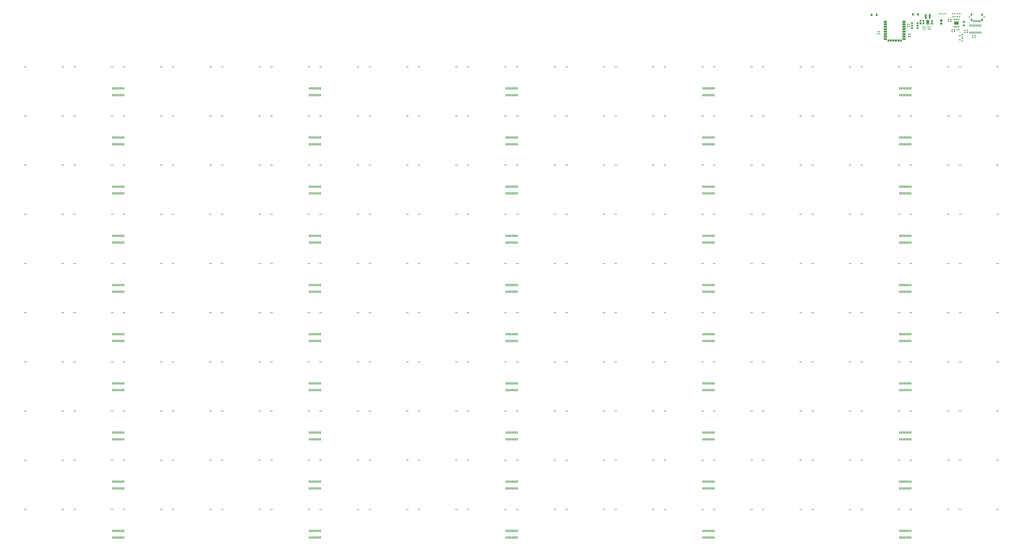
<source format=gbs>
G04 Layer_Color=16711935*
%FSLAX25Y25*%
%MOIN*%
G70*
G01*
G75*
%ADD50R,0.03162X0.02769*%
%ADD51O,0.04730X0.08270*%
%ADD52O,0.05120X0.07490*%
%ADD53R,0.07487X0.07487*%
%ADD54C,0.07487*%
%ADD55C,0.06299*%
%ADD56R,0.03943X0.03550*%
%ADD57R,0.02526X0.02627*%
%ADD58R,0.02370X0.05520*%
%ADD59R,0.01500X0.05520*%
%ADD60R,0.07100X0.05150*%
%ADD61R,0.03575X0.03802*%
%ADD62R,0.03550X0.03550*%
%ADD63R,0.14180X0.10240*%
%ADD64R,0.02760X0.05120*%
%ADD65R,0.09660X0.06510*%
%ADD66O,0.01903X0.03891*%
%ADD67R,0.05715X0.05951*%
%ADD68R,0.03550X0.03943*%
%ADD69R,0.05520X0.14970*%
%ADD70R,0.04340X0.03550*%
%ADD71R,0.03802X0.03575*%
%ADD72O,0.02605X0.07270*%
%ADD73R,0.05321X0.03156*%
%ADD74R,0.05715X0.07487*%
%ADD75R,0.10240X0.05910*%
%ADD76R,0.05910X0.07090*%
%ADD77O,0.02770X0.08160*%
D50*
X3128831Y1595700D02*
D03*
X3132768D02*
D03*
X3012899Y1595700D02*
D03*
X3008962D02*
D03*
X2855419D02*
D03*
X2851482D02*
D03*
X2971351Y1595700D02*
D03*
X2975288D02*
D03*
X2697939Y1595700D02*
D03*
X2694002D02*
D03*
X2813871Y1595700D02*
D03*
X2817808D02*
D03*
X2540458Y1595700D02*
D03*
X2536521D02*
D03*
X2656391Y1595700D02*
D03*
X2660328D02*
D03*
X2026469Y1595700D02*
D03*
X2030406D02*
D03*
X1910537Y1595700D02*
D03*
X1906600D02*
D03*
X2183950Y1595700D02*
D03*
X2187887D02*
D03*
X2068017Y1595700D02*
D03*
X2064080D02*
D03*
X2341430Y1595700D02*
D03*
X2345367D02*
D03*
X2225498Y1595700D02*
D03*
X2221561D02*
D03*
X2382978D02*
D03*
X2379041D02*
D03*
X2498910Y1595700D02*
D03*
X2502847D02*
D03*
X1396548D02*
D03*
X1400485D02*
D03*
X1280616Y1595700D02*
D03*
X1276679D02*
D03*
X1554028Y1595700D02*
D03*
X1557965D02*
D03*
X1438096Y1595700D02*
D03*
X1434159D02*
D03*
X1711509Y1595700D02*
D03*
X1715446D02*
D03*
X1595576Y1595700D02*
D03*
X1591639D02*
D03*
X1753057D02*
D03*
X1749120D02*
D03*
X1868989Y1595700D02*
D03*
X1872926D02*
D03*
X766627D02*
D03*
X770564D02*
D03*
X650695Y1595700D02*
D03*
X646758D02*
D03*
X924107Y1595700D02*
D03*
X928044D02*
D03*
X808175Y1595700D02*
D03*
X804238D02*
D03*
X1081587Y1595700D02*
D03*
X1085524D02*
D03*
X965655Y1595700D02*
D03*
X961718D02*
D03*
X1123135D02*
D03*
X1119198D02*
D03*
X1239068Y1595700D02*
D03*
X1243005D02*
D03*
X136706D02*
D03*
X140642D02*
D03*
X20773Y1595700D02*
D03*
X16836D02*
D03*
X294186Y1595700D02*
D03*
X298123D02*
D03*
X178254Y1595700D02*
D03*
X174317D02*
D03*
X451666Y1595700D02*
D03*
X455603D02*
D03*
X335734Y1595700D02*
D03*
X331797D02*
D03*
X493214D02*
D03*
X489277D02*
D03*
X609146Y1595700D02*
D03*
X613084D02*
D03*
X2656391Y1438220D02*
D03*
X2660328D02*
D03*
X2540458Y1438220D02*
D03*
X2536521D02*
D03*
X2813871Y1438220D02*
D03*
X2817808D02*
D03*
X2697939Y1438220D02*
D03*
X2694002D02*
D03*
X2971351Y1438220D02*
D03*
X2975288D02*
D03*
X2855419Y1438220D02*
D03*
X2851482D02*
D03*
X3012899D02*
D03*
X3008962D02*
D03*
X3128831Y1438220D02*
D03*
X3132768D02*
D03*
X2026469D02*
D03*
X2030406D02*
D03*
X1910537Y1438220D02*
D03*
X1906600D02*
D03*
X2183950Y1438220D02*
D03*
X2187887D02*
D03*
X2068017Y1438220D02*
D03*
X2064080D02*
D03*
X2341430Y1438220D02*
D03*
X2345367D02*
D03*
X2225498Y1438220D02*
D03*
X2221561D02*
D03*
X2382978D02*
D03*
X2379041D02*
D03*
X2498910Y1438220D02*
D03*
X2502847D02*
D03*
X1396548D02*
D03*
X1400485D02*
D03*
X1280616Y1438220D02*
D03*
X1276679D02*
D03*
X1554028Y1438220D02*
D03*
X1557965D02*
D03*
X1438096Y1438220D02*
D03*
X1434159D02*
D03*
X1711509Y1438220D02*
D03*
X1715446D02*
D03*
X1595576Y1438220D02*
D03*
X1591639D02*
D03*
X1753057D02*
D03*
X1749120D02*
D03*
X1868989Y1438220D02*
D03*
X1872926D02*
D03*
X766627D02*
D03*
X770564D02*
D03*
X650695Y1438220D02*
D03*
X646758D02*
D03*
X924107Y1438220D02*
D03*
X928044D02*
D03*
X808175Y1438220D02*
D03*
X804238D02*
D03*
X1081587Y1438220D02*
D03*
X1085524D02*
D03*
X965655Y1438220D02*
D03*
X961718D02*
D03*
X1123135D02*
D03*
X1119198D02*
D03*
X1239068Y1438220D02*
D03*
X1243005D02*
D03*
X136706D02*
D03*
X140642D02*
D03*
X20773Y1438220D02*
D03*
X16836D02*
D03*
X294186Y1438220D02*
D03*
X298123D02*
D03*
X178254Y1438220D02*
D03*
X174317D02*
D03*
X451666Y1438220D02*
D03*
X455603D02*
D03*
X335734Y1438220D02*
D03*
X331797D02*
D03*
X493214D02*
D03*
X489277D02*
D03*
X609146Y1438220D02*
D03*
X613084D02*
D03*
X609146Y1280739D02*
D03*
X613084D02*
D03*
X493214Y1280739D02*
D03*
X489277D02*
D03*
X335734D02*
D03*
X331797D02*
D03*
X451666Y1280739D02*
D03*
X455603D02*
D03*
X178254Y1280739D02*
D03*
X174317D02*
D03*
X294186Y1280739D02*
D03*
X298123D02*
D03*
X20773Y1280739D02*
D03*
X16836D02*
D03*
X136706Y1280739D02*
D03*
X140642D02*
D03*
X1239068D02*
D03*
X1243005D02*
D03*
X1123135Y1280739D02*
D03*
X1119198D02*
D03*
X965655D02*
D03*
X961718D02*
D03*
X1081587Y1280739D02*
D03*
X1085524D02*
D03*
X808175Y1280739D02*
D03*
X804238D02*
D03*
X924107Y1280739D02*
D03*
X928044D02*
D03*
X650695Y1280739D02*
D03*
X646758D02*
D03*
X766627Y1280739D02*
D03*
X770564D02*
D03*
X1868989D02*
D03*
X1872926D02*
D03*
X1753057Y1280739D02*
D03*
X1749120D02*
D03*
X1595576D02*
D03*
X1591639D02*
D03*
X1711509Y1280739D02*
D03*
X1715446D02*
D03*
X1438096Y1280739D02*
D03*
X1434159D02*
D03*
X1554028Y1280739D02*
D03*
X1557965D02*
D03*
X1280616Y1280739D02*
D03*
X1276679D02*
D03*
X1396548Y1280739D02*
D03*
X1400485D02*
D03*
X2498910D02*
D03*
X2502847D02*
D03*
X2382978Y1280739D02*
D03*
X2379041D02*
D03*
X2225498D02*
D03*
X2221561D02*
D03*
X2341430Y1280739D02*
D03*
X2345367D02*
D03*
X2068017Y1280739D02*
D03*
X2064080D02*
D03*
X2183950Y1280739D02*
D03*
X2187887D02*
D03*
X1910537Y1280739D02*
D03*
X1906600D02*
D03*
X2026469Y1280739D02*
D03*
X2030406D02*
D03*
X3128831D02*
D03*
X3132768D02*
D03*
X3012899Y1280739D02*
D03*
X3008962D02*
D03*
X2855419D02*
D03*
X2851482D02*
D03*
X2971351Y1280739D02*
D03*
X2975288D02*
D03*
X2697939Y1280739D02*
D03*
X2694002D02*
D03*
X2813871Y1280739D02*
D03*
X2817808D02*
D03*
X2540458Y1280739D02*
D03*
X2536521D02*
D03*
X2656391Y1280739D02*
D03*
X2660328D02*
D03*
X609146Y1123259D02*
D03*
X613084D02*
D03*
X493214Y1123259D02*
D03*
X489277D02*
D03*
X335734D02*
D03*
X331797D02*
D03*
X451666Y1123259D02*
D03*
X455603D02*
D03*
X178254Y1123259D02*
D03*
X174317D02*
D03*
X294186Y1123259D02*
D03*
X298123D02*
D03*
X20773Y1123259D02*
D03*
X16836D02*
D03*
X136706Y1123259D02*
D03*
X140642D02*
D03*
X1239068D02*
D03*
X1243005D02*
D03*
X1123135Y1123259D02*
D03*
X1119198D02*
D03*
X965655D02*
D03*
X961718D02*
D03*
X1081587Y1123259D02*
D03*
X1085524D02*
D03*
X808175Y1123259D02*
D03*
X804238D02*
D03*
X924107Y1123259D02*
D03*
X928044D02*
D03*
X650695Y1123259D02*
D03*
X646758D02*
D03*
X766627Y1123259D02*
D03*
X770564D02*
D03*
X1868989D02*
D03*
X1872926D02*
D03*
X1753057Y1123259D02*
D03*
X1749120D02*
D03*
X1595576D02*
D03*
X1591639D02*
D03*
X1711509Y1123259D02*
D03*
X1715446D02*
D03*
X1438096Y1123259D02*
D03*
X1434159D02*
D03*
X1554028Y1123259D02*
D03*
X1557965D02*
D03*
X1280616Y1123259D02*
D03*
X1276679D02*
D03*
X1396548Y1123259D02*
D03*
X1400485D02*
D03*
X2498910D02*
D03*
X2502847D02*
D03*
X2382978Y1123259D02*
D03*
X2379041D02*
D03*
X2225498D02*
D03*
X2221561D02*
D03*
X2341430Y1123259D02*
D03*
X2345367D02*
D03*
X2068017Y1123259D02*
D03*
X2064080D02*
D03*
X2183950Y1123259D02*
D03*
X2187887D02*
D03*
X1910537Y1123259D02*
D03*
X1906600D02*
D03*
X2026469Y1123259D02*
D03*
X2030406D02*
D03*
X3128831D02*
D03*
X3132768D02*
D03*
X3012899Y1123259D02*
D03*
X3008962D02*
D03*
X2855419D02*
D03*
X2851482D02*
D03*
X2971351Y1123259D02*
D03*
X2975288D02*
D03*
X2697939Y1123259D02*
D03*
X2694002D02*
D03*
X2813871Y1123259D02*
D03*
X2817808D02*
D03*
X2540458Y1123259D02*
D03*
X2536521D02*
D03*
X2656391Y1123259D02*
D03*
X2660328D02*
D03*
X609146Y965779D02*
D03*
X613084D02*
D03*
X493214Y965779D02*
D03*
X489277D02*
D03*
X335734D02*
D03*
X331797D02*
D03*
X451666Y965779D02*
D03*
X455603D02*
D03*
X178254Y965779D02*
D03*
X174317D02*
D03*
X294186Y965779D02*
D03*
X298123D02*
D03*
X20773Y965779D02*
D03*
X16836D02*
D03*
X136706Y965779D02*
D03*
X140642D02*
D03*
X1239068D02*
D03*
X1243005D02*
D03*
X1123135Y965779D02*
D03*
X1119198D02*
D03*
X965655D02*
D03*
X961718D02*
D03*
X1081587Y965779D02*
D03*
X1085524D02*
D03*
X808175Y965779D02*
D03*
X804238D02*
D03*
X924107Y965779D02*
D03*
X928044D02*
D03*
X650695Y965779D02*
D03*
X646758D02*
D03*
X766627Y965779D02*
D03*
X770564D02*
D03*
X1868989D02*
D03*
X1872926D02*
D03*
X1753057Y965779D02*
D03*
X1749120D02*
D03*
X1595576D02*
D03*
X1591639D02*
D03*
X1711509Y965779D02*
D03*
X1715446D02*
D03*
X1438096Y965779D02*
D03*
X1434159D02*
D03*
X1554028Y965779D02*
D03*
X1557965D02*
D03*
X1280616Y965779D02*
D03*
X1276679D02*
D03*
X1396548Y965779D02*
D03*
X1400485D02*
D03*
X2498910D02*
D03*
X2502847D02*
D03*
X2382978Y965779D02*
D03*
X2379041D02*
D03*
X2225498D02*
D03*
X2221561D02*
D03*
X2341430Y965779D02*
D03*
X2345367D02*
D03*
X2068017Y965779D02*
D03*
X2064080D02*
D03*
X2183950Y965779D02*
D03*
X2187887D02*
D03*
X1910537Y965779D02*
D03*
X1906600D02*
D03*
X2026469Y965779D02*
D03*
X2030406D02*
D03*
X3128831D02*
D03*
X3132768D02*
D03*
X3012899Y965779D02*
D03*
X3008962D02*
D03*
X2855419D02*
D03*
X2851482D02*
D03*
X2971351Y965779D02*
D03*
X2975288D02*
D03*
X2697939Y965779D02*
D03*
X2694002D02*
D03*
X2813871Y965779D02*
D03*
X2817808D02*
D03*
X2540458Y965779D02*
D03*
X2536521D02*
D03*
X2656391Y965779D02*
D03*
X2660328D02*
D03*
X609146Y808298D02*
D03*
X613084D02*
D03*
X493214Y808298D02*
D03*
X489277D02*
D03*
X335734D02*
D03*
X331797D02*
D03*
X451666Y808298D02*
D03*
X455603D02*
D03*
X178254Y808298D02*
D03*
X174317D02*
D03*
X294186Y808298D02*
D03*
X298123D02*
D03*
X20773Y808298D02*
D03*
X16836D02*
D03*
X136706Y808298D02*
D03*
X140642D02*
D03*
X1239068D02*
D03*
X1243005D02*
D03*
X1123135Y808298D02*
D03*
X1119198D02*
D03*
X965655D02*
D03*
X961718D02*
D03*
X1081587Y808298D02*
D03*
X1085524D02*
D03*
X808175Y808298D02*
D03*
X804238D02*
D03*
X924107Y808298D02*
D03*
X928044D02*
D03*
X650695Y808298D02*
D03*
X646758D02*
D03*
X766627Y808298D02*
D03*
X770564D02*
D03*
X1868989D02*
D03*
X1872926D02*
D03*
X1753057Y808298D02*
D03*
X1749120D02*
D03*
X1595576D02*
D03*
X1591639D02*
D03*
X1711509Y808298D02*
D03*
X1715446D02*
D03*
X1438096Y808298D02*
D03*
X1434159D02*
D03*
X1554028Y808298D02*
D03*
X1557965D02*
D03*
X1280616Y808298D02*
D03*
X1276679D02*
D03*
X1396548Y808298D02*
D03*
X1400485D02*
D03*
X2498910D02*
D03*
X2502847D02*
D03*
X2382978Y808298D02*
D03*
X2379041D02*
D03*
X2225498D02*
D03*
X2221561D02*
D03*
X2341430Y808298D02*
D03*
X2345367D02*
D03*
X2068017Y808298D02*
D03*
X2064080D02*
D03*
X2183950Y808298D02*
D03*
X2187887D02*
D03*
X1910537Y808298D02*
D03*
X1906600D02*
D03*
X2026469Y808298D02*
D03*
X2030406D02*
D03*
X3128831D02*
D03*
X3132768D02*
D03*
X3012899Y808298D02*
D03*
X3008962D02*
D03*
X2855419D02*
D03*
X2851482D02*
D03*
X2971351Y808298D02*
D03*
X2975288D02*
D03*
X2697939Y808298D02*
D03*
X2694002D02*
D03*
X2813871Y808298D02*
D03*
X2817808D02*
D03*
X2540458Y808298D02*
D03*
X2536521D02*
D03*
X2656391Y808298D02*
D03*
X2660328D02*
D03*
X609146Y650818D02*
D03*
X613084D02*
D03*
X493214Y650818D02*
D03*
X489277D02*
D03*
X335734D02*
D03*
X331797D02*
D03*
X451666Y650818D02*
D03*
X455603D02*
D03*
X178254Y650818D02*
D03*
X174317D02*
D03*
X294186Y650818D02*
D03*
X298123D02*
D03*
X20773Y650818D02*
D03*
X16836D02*
D03*
X136706Y650818D02*
D03*
X140642D02*
D03*
X1239068D02*
D03*
X1243005D02*
D03*
X1123135Y650818D02*
D03*
X1119198D02*
D03*
X965655D02*
D03*
X961718D02*
D03*
X1081587Y650818D02*
D03*
X1085524D02*
D03*
X808175Y650818D02*
D03*
X804238D02*
D03*
X924107Y650818D02*
D03*
X928044D02*
D03*
X650695Y650818D02*
D03*
X646758D02*
D03*
X766627Y650818D02*
D03*
X770564D02*
D03*
X1868989D02*
D03*
X1872926D02*
D03*
X1753057Y650818D02*
D03*
X1749120D02*
D03*
X1595576D02*
D03*
X1591639D02*
D03*
X1711509Y650818D02*
D03*
X1715446D02*
D03*
X1438096Y650818D02*
D03*
X1434159D02*
D03*
X1554028Y650818D02*
D03*
X1557965D02*
D03*
X1280616Y650818D02*
D03*
X1276679D02*
D03*
X1396548Y650818D02*
D03*
X1400485D02*
D03*
X2498910D02*
D03*
X2502847D02*
D03*
X2382978Y650818D02*
D03*
X2379041D02*
D03*
X2225498D02*
D03*
X2221561D02*
D03*
X2341430Y650818D02*
D03*
X2345367D02*
D03*
X2068017Y650818D02*
D03*
X2064080D02*
D03*
X2183950Y650818D02*
D03*
X2187887D02*
D03*
X1910537Y650818D02*
D03*
X1906600D02*
D03*
X2026469Y650818D02*
D03*
X2030406D02*
D03*
X3128831D02*
D03*
X3132768D02*
D03*
X3012899Y650818D02*
D03*
X3008962D02*
D03*
X2855419D02*
D03*
X2851482D02*
D03*
X2971351Y650818D02*
D03*
X2975288D02*
D03*
X2697939Y650818D02*
D03*
X2694002D02*
D03*
X2813871Y650818D02*
D03*
X2817808D02*
D03*
X2540458Y650818D02*
D03*
X2536521D02*
D03*
X2656391Y650818D02*
D03*
X2660328D02*
D03*
X609146Y493338D02*
D03*
X613084D02*
D03*
X493214Y493338D02*
D03*
X489277D02*
D03*
X335734D02*
D03*
X331797D02*
D03*
X451666Y493338D02*
D03*
X455603D02*
D03*
X178254Y493338D02*
D03*
X174317D02*
D03*
X294186Y493338D02*
D03*
X298123D02*
D03*
X20773Y493338D02*
D03*
X16836D02*
D03*
X136706Y493338D02*
D03*
X140642D02*
D03*
X1239068D02*
D03*
X1243005D02*
D03*
X1123135Y493338D02*
D03*
X1119198D02*
D03*
X965655D02*
D03*
X961718D02*
D03*
X1081587Y493338D02*
D03*
X1085524D02*
D03*
X808175Y493338D02*
D03*
X804238D02*
D03*
X924107Y493338D02*
D03*
X928044D02*
D03*
X650695Y493338D02*
D03*
X646758D02*
D03*
X766627Y493338D02*
D03*
X770564D02*
D03*
X1868989D02*
D03*
X1872926D02*
D03*
X1753057Y493338D02*
D03*
X1749120D02*
D03*
X1595576D02*
D03*
X1591639D02*
D03*
X1711509Y493338D02*
D03*
X1715446D02*
D03*
X1438096Y493338D02*
D03*
X1434159D02*
D03*
X1554028Y493338D02*
D03*
X1557965D02*
D03*
X1280616Y493338D02*
D03*
X1276679D02*
D03*
X1396548Y493338D02*
D03*
X1400485D02*
D03*
X2498910D02*
D03*
X2502847D02*
D03*
X2382978Y493338D02*
D03*
X2379041D02*
D03*
X2225498D02*
D03*
X2221561D02*
D03*
X2341430Y493338D02*
D03*
X2345367D02*
D03*
X2068017Y493338D02*
D03*
X2064080D02*
D03*
X2183950Y493338D02*
D03*
X2187887D02*
D03*
X1910537Y493338D02*
D03*
X1906600D02*
D03*
X2026469Y493338D02*
D03*
X2030406D02*
D03*
X3128831D02*
D03*
X3132768D02*
D03*
X3012899Y493338D02*
D03*
X3008962D02*
D03*
X2855419D02*
D03*
X2851482D02*
D03*
X2971351Y493338D02*
D03*
X2975288D02*
D03*
X2697939Y493338D02*
D03*
X2694002D02*
D03*
X2813871Y493338D02*
D03*
X2817808D02*
D03*
X2540458Y493338D02*
D03*
X2536521D02*
D03*
X2656391Y493338D02*
D03*
X2660328D02*
D03*
X609146Y335858D02*
D03*
X613084D02*
D03*
X493214Y335858D02*
D03*
X489277D02*
D03*
X335734D02*
D03*
X331797D02*
D03*
X451666Y335858D02*
D03*
X455603D02*
D03*
X178254Y335858D02*
D03*
X174317D02*
D03*
X294186Y335858D02*
D03*
X298123D02*
D03*
X20773Y335858D02*
D03*
X16836D02*
D03*
X136706Y335858D02*
D03*
X140642D02*
D03*
X1239068D02*
D03*
X1243005D02*
D03*
X1123135Y335858D02*
D03*
X1119198D02*
D03*
X965655D02*
D03*
X961718D02*
D03*
X1081587Y335858D02*
D03*
X1085524D02*
D03*
X808175Y335858D02*
D03*
X804238D02*
D03*
X924107Y335858D02*
D03*
X928044D02*
D03*
X650695Y335858D02*
D03*
X646758D02*
D03*
X766627Y335858D02*
D03*
X770564D02*
D03*
X1868989D02*
D03*
X1872926D02*
D03*
X1753057Y335858D02*
D03*
X1749120D02*
D03*
X1595576D02*
D03*
X1591639D02*
D03*
X1711509Y335858D02*
D03*
X1715446D02*
D03*
X1438096Y335858D02*
D03*
X1434159D02*
D03*
X1554028Y335858D02*
D03*
X1557965D02*
D03*
X1280616Y335858D02*
D03*
X1276679D02*
D03*
X1396548Y335858D02*
D03*
X1400485D02*
D03*
X2498910D02*
D03*
X2502847D02*
D03*
X2382978Y335858D02*
D03*
X2379041D02*
D03*
X2225498D02*
D03*
X2221561D02*
D03*
X2341430Y335858D02*
D03*
X2345367D02*
D03*
X2068017Y335858D02*
D03*
X2064080D02*
D03*
X2183950Y335858D02*
D03*
X2187887D02*
D03*
X1910537Y335858D02*
D03*
X1906600D02*
D03*
X2026469Y335858D02*
D03*
X2030406D02*
D03*
X3128831D02*
D03*
X3132768D02*
D03*
X3012899Y335858D02*
D03*
X3008962D02*
D03*
X2855419D02*
D03*
X2851482D02*
D03*
X2971351Y335858D02*
D03*
X2975288D02*
D03*
X2697939Y335858D02*
D03*
X2694002D02*
D03*
X2813871Y335858D02*
D03*
X2817808D02*
D03*
X2540458Y335858D02*
D03*
X2536521D02*
D03*
X2656391Y335858D02*
D03*
X2660328D02*
D03*
X609146Y178377D02*
D03*
X613084D02*
D03*
X493214Y178377D02*
D03*
X489277D02*
D03*
X335734D02*
D03*
X331797D02*
D03*
X451666Y178377D02*
D03*
X455603D02*
D03*
X178254Y178377D02*
D03*
X174317D02*
D03*
X294186Y178377D02*
D03*
X298123D02*
D03*
X20773Y178377D02*
D03*
X16836D02*
D03*
X136706Y178377D02*
D03*
X140642D02*
D03*
X1239068D02*
D03*
X1243005D02*
D03*
X1123135Y178377D02*
D03*
X1119198D02*
D03*
X965655D02*
D03*
X961718D02*
D03*
X1081587Y178377D02*
D03*
X1085524D02*
D03*
X808175Y178377D02*
D03*
X804238D02*
D03*
X924107Y178377D02*
D03*
X928044D02*
D03*
X650695Y178377D02*
D03*
X646758D02*
D03*
X766627Y178377D02*
D03*
X770564D02*
D03*
X1868989D02*
D03*
X1872926D02*
D03*
X1753057Y178377D02*
D03*
X1749120D02*
D03*
X1595576D02*
D03*
X1591639D02*
D03*
X1711509Y178377D02*
D03*
X1715446D02*
D03*
X1438096Y178377D02*
D03*
X1434159D02*
D03*
X1554028Y178377D02*
D03*
X1557965D02*
D03*
X1280616Y178377D02*
D03*
X1276679D02*
D03*
X1396548Y178377D02*
D03*
X1400485D02*
D03*
X2498910D02*
D03*
X2502847D02*
D03*
X2382978Y178377D02*
D03*
X2379041D02*
D03*
X2225498D02*
D03*
X2221561D02*
D03*
X2341430Y178377D02*
D03*
X2345367D02*
D03*
X2068017Y178377D02*
D03*
X2064080D02*
D03*
X2183950Y178377D02*
D03*
X2187887D02*
D03*
X1910537Y178377D02*
D03*
X1906600D02*
D03*
X2026469Y178377D02*
D03*
X2030406D02*
D03*
X3128831D02*
D03*
X3132768D02*
D03*
X3012899Y178377D02*
D03*
X3008962D02*
D03*
X2855419D02*
D03*
X2851482D02*
D03*
X2971351Y178377D02*
D03*
X2975288D02*
D03*
X2697939Y178377D02*
D03*
X2694002D02*
D03*
X2813871Y178377D02*
D03*
X2817808D02*
D03*
X2540458Y178377D02*
D03*
X2536521D02*
D03*
X2656391Y178377D02*
D03*
X2660328D02*
D03*
D51*
X3047350Y1746440D02*
D03*
X3081370D02*
D03*
D52*
Y1762970D02*
D03*
X3047350D02*
D03*
D53*
X2950640Y1744140D02*
D03*
D54*
Y1734140D02*
D03*
D55*
X2874810Y1735754D02*
D03*
Y1727880D02*
D03*
Y1720006D02*
D03*
X2857094D02*
D03*
Y1727880D02*
D03*
Y1735754D02*
D03*
D56*
X2981500Y1741174D02*
D03*
Y1746686D02*
D03*
X2992610Y1708584D02*
D03*
Y1714096D02*
D03*
X2973650Y1741244D02*
D03*
Y1746756D02*
D03*
X2985170Y1708500D02*
D03*
Y1714012D02*
D03*
D57*
X3040580Y1753986D02*
D03*
Y1757394D02*
D03*
X3087920D02*
D03*
Y1753986D02*
D03*
D58*
X3051760Y1742230D02*
D03*
X3054910D02*
D03*
X3073810D02*
D03*
X3076960D02*
D03*
D59*
X3057470D02*
D03*
X3059440D02*
D03*
X3061410D02*
D03*
X3063380D02*
D03*
X3065340D02*
D03*
X3067310D02*
D03*
X3069280D02*
D03*
X3071250D02*
D03*
D60*
X3022540Y1739900D02*
D03*
Y1728260D02*
D03*
D61*
X3006986Y1714060D02*
D03*
X3001054D02*
D03*
X2994506Y1756430D02*
D03*
X2988574D02*
D03*
X3003204Y1756510D02*
D03*
X3009136D02*
D03*
X2950446Y1765660D02*
D03*
X2944514D02*
D03*
X2964756Y1765480D02*
D03*
X2958824D02*
D03*
X2914648Y1723272D02*
D03*
X2908716D02*
D03*
X2898748Y1716642D02*
D03*
X2892816D02*
D03*
X2898648Y1723272D02*
D03*
X2892716D02*
D03*
X2746904Y1708100D02*
D03*
X2752836D02*
D03*
X2746874Y1700950D02*
D03*
X2752806D02*
D03*
X2849116Y1724240D02*
D03*
X2843184D02*
D03*
X2849056Y1731280D02*
D03*
X2843124D02*
D03*
D62*
X2986940Y1765760D02*
D03*
X2993640D02*
D03*
X3010410Y1765610D02*
D03*
X3003710D02*
D03*
D63*
X2998980Y1735850D02*
D03*
D64*
X3006480Y1747300D02*
D03*
X3001480D02*
D03*
X2996480D02*
D03*
X2991480D02*
D03*
Y1724400D02*
D03*
X2996480D02*
D03*
X3001480D02*
D03*
X3006480D02*
D03*
D65*
X2907260Y1738689D02*
D03*
D66*
X2903320Y1733148D02*
D03*
X2905290D02*
D03*
X2907260D02*
D03*
X2909230D02*
D03*
X2911200D02*
D03*
Y1744230D02*
D03*
X2909230D02*
D03*
X2907260D02*
D03*
X2905290D02*
D03*
X2903320D02*
D03*
D67*
X2884080Y1734665D02*
D03*
Y1742775D02*
D03*
X2893200Y1734635D02*
D03*
Y1742745D02*
D03*
X2921080Y1734115D02*
D03*
Y1742225D02*
D03*
D68*
X2914538Y1716621D02*
D03*
X2909026D02*
D03*
X2845964Y1700430D02*
D03*
X2851476D02*
D03*
X2845964Y1692670D02*
D03*
X2851476D02*
D03*
D69*
X2913600Y1756980D02*
D03*
X2901000D02*
D03*
D70*
X3026130Y1706090D02*
D03*
Y1712390D02*
D03*
X3034150Y1712580D02*
D03*
Y1706280D02*
D03*
D71*
X3050960Y1695506D02*
D03*
Y1689574D02*
D03*
X3058800Y1695366D02*
D03*
Y1689434D02*
D03*
D72*
X3077210Y1705451D02*
D03*
X3072210D02*
D03*
X3067210D02*
D03*
X3062210D02*
D03*
X3057210D02*
D03*
X3052210D02*
D03*
X3047210D02*
D03*
X3042210D02*
D03*
X3077210Y1728069D02*
D03*
X3072210D02*
D03*
X3067210D02*
D03*
X3062210D02*
D03*
X3057210D02*
D03*
X3052210D02*
D03*
X3047210D02*
D03*
X3042210D02*
D03*
D73*
X3009873Y1695260D02*
D03*
X3017747Y1691520D02*
D03*
Y1699000D02*
D03*
X3009803Y1682260D02*
D03*
X3017677Y1678520D02*
D03*
Y1686000D02*
D03*
D74*
X2727681Y1762220D02*
D03*
X2744059D02*
D03*
X2876379Y1763590D02*
D03*
X2860001D02*
D03*
D75*
X2831150Y1740190D02*
D03*
Y1732320D02*
D03*
Y1724440D02*
D03*
Y1716570D02*
D03*
Y1708690D02*
D03*
Y1700820D02*
D03*
Y1692950D02*
D03*
Y1685070D02*
D03*
X2771700D02*
D03*
X2771690Y1692950D02*
D03*
Y1700820D02*
D03*
Y1708690D02*
D03*
X2771700Y1716570D02*
D03*
X2771690Y1724440D02*
D03*
Y1732320D02*
D03*
Y1740190D02*
D03*
D76*
X2821100Y1679950D02*
D03*
X2813240Y1679960D02*
D03*
X2805370Y1679950D02*
D03*
X2797490D02*
D03*
X2789620D02*
D03*
X2781750D02*
D03*
D77*
X2852800Y1505230D02*
D03*
X2847800D02*
D03*
X2842800D02*
D03*
X2837800D02*
D03*
X2832800D02*
D03*
X2827800D02*
D03*
X2822800D02*
D03*
X2817800D02*
D03*
X2852800Y1526770D02*
D03*
X2847800D02*
D03*
X2842800D02*
D03*
X2837800D02*
D03*
X2832800D02*
D03*
X2827800D02*
D03*
X2822800D02*
D03*
X2817800D02*
D03*
X2222879Y1505230D02*
D03*
X2217879D02*
D03*
X2212879D02*
D03*
X2207879D02*
D03*
X2202879D02*
D03*
X2197879D02*
D03*
X2192879D02*
D03*
X2187879D02*
D03*
X2222879Y1526770D02*
D03*
X2217879D02*
D03*
X2212879D02*
D03*
X2207879D02*
D03*
X2202879D02*
D03*
X2197879D02*
D03*
X2192879D02*
D03*
X2187879D02*
D03*
X1592957Y1505230D02*
D03*
X1587957D02*
D03*
X1582957D02*
D03*
X1577958D02*
D03*
X1572958D02*
D03*
X1567957D02*
D03*
X1562957D02*
D03*
X1557957D02*
D03*
X1592957Y1526770D02*
D03*
X1587957D02*
D03*
X1582957D02*
D03*
X1577958D02*
D03*
X1572958D02*
D03*
X1567957D02*
D03*
X1562957D02*
D03*
X1557957D02*
D03*
X963036Y1505230D02*
D03*
X958036D02*
D03*
X953036D02*
D03*
X948036D02*
D03*
X943036D02*
D03*
X938036D02*
D03*
X933036D02*
D03*
X928036D02*
D03*
X963036Y1526770D02*
D03*
X958036D02*
D03*
X953036D02*
D03*
X948036D02*
D03*
X943036D02*
D03*
X938036D02*
D03*
X933036D02*
D03*
X928036D02*
D03*
X333115Y1505230D02*
D03*
X328115D02*
D03*
X323115D02*
D03*
X318115D02*
D03*
X313115D02*
D03*
X308115D02*
D03*
X303115D02*
D03*
X298115D02*
D03*
X333115Y1526770D02*
D03*
X328115D02*
D03*
X323115D02*
D03*
X318115D02*
D03*
X313115D02*
D03*
X308115D02*
D03*
X303115D02*
D03*
X298115D02*
D03*
X2852800Y1347750D02*
D03*
X2847800D02*
D03*
X2842800D02*
D03*
X2837800D02*
D03*
X2832800D02*
D03*
X2827800D02*
D03*
X2822800D02*
D03*
X2817800D02*
D03*
X2852800Y1369290D02*
D03*
X2847800D02*
D03*
X2842800D02*
D03*
X2837800D02*
D03*
X2832800D02*
D03*
X2827800D02*
D03*
X2822800D02*
D03*
X2817800D02*
D03*
X2222879Y1347750D02*
D03*
X2217879D02*
D03*
X2212879D02*
D03*
X2207879D02*
D03*
X2202879D02*
D03*
X2197879D02*
D03*
X2192879D02*
D03*
X2187879D02*
D03*
X2222879Y1369290D02*
D03*
X2217879D02*
D03*
X2212879D02*
D03*
X2207879D02*
D03*
X2202879D02*
D03*
X2197879D02*
D03*
X2192879D02*
D03*
X2187879D02*
D03*
X1592957Y1347750D02*
D03*
X1587957D02*
D03*
X1582957D02*
D03*
X1577958D02*
D03*
X1572958D02*
D03*
X1567957D02*
D03*
X1562957D02*
D03*
X1557957D02*
D03*
X1592957Y1369290D02*
D03*
X1587957D02*
D03*
X1582957D02*
D03*
X1577958D02*
D03*
X1572958D02*
D03*
X1567957D02*
D03*
X1562957D02*
D03*
X1557957D02*
D03*
X963036Y1347750D02*
D03*
X958036D02*
D03*
X953036D02*
D03*
X948036D02*
D03*
X943036D02*
D03*
X938036D02*
D03*
X933036D02*
D03*
X928036D02*
D03*
X963036Y1369290D02*
D03*
X958036D02*
D03*
X953036D02*
D03*
X948036D02*
D03*
X943036D02*
D03*
X938036D02*
D03*
X933036D02*
D03*
X928036D02*
D03*
X333115Y1347750D02*
D03*
X328115D02*
D03*
X323115D02*
D03*
X318115D02*
D03*
X313115D02*
D03*
X308115D02*
D03*
X303115D02*
D03*
X298115D02*
D03*
X333115Y1369290D02*
D03*
X328115D02*
D03*
X323115D02*
D03*
X318115D02*
D03*
X313115D02*
D03*
X308115D02*
D03*
X303115D02*
D03*
X298115D02*
D03*
X333115Y1190269D02*
D03*
X328115D02*
D03*
X323115D02*
D03*
X318115D02*
D03*
X313115D02*
D03*
X308115D02*
D03*
X303115D02*
D03*
X298115D02*
D03*
X333115Y1211809D02*
D03*
X328115D02*
D03*
X323115D02*
D03*
X318115D02*
D03*
X313115D02*
D03*
X308115D02*
D03*
X303115D02*
D03*
X298115D02*
D03*
X963036Y1190269D02*
D03*
X958036D02*
D03*
X953036D02*
D03*
X948036D02*
D03*
X943036D02*
D03*
X938036D02*
D03*
X933036D02*
D03*
X928036D02*
D03*
X963036Y1211809D02*
D03*
X958036D02*
D03*
X953036D02*
D03*
X948036D02*
D03*
X943036D02*
D03*
X938036D02*
D03*
X933036D02*
D03*
X928036D02*
D03*
X1592957Y1190269D02*
D03*
X1587957D02*
D03*
X1582957D02*
D03*
X1577958D02*
D03*
X1572958D02*
D03*
X1567957D02*
D03*
X1562957D02*
D03*
X1557957D02*
D03*
X1592957Y1211809D02*
D03*
X1587957D02*
D03*
X1582957D02*
D03*
X1577958D02*
D03*
X1572958D02*
D03*
X1567957D02*
D03*
X1562957D02*
D03*
X1557957D02*
D03*
X2222879Y1190269D02*
D03*
X2217879D02*
D03*
X2212879D02*
D03*
X2207879D02*
D03*
X2202879D02*
D03*
X2197879D02*
D03*
X2192879D02*
D03*
X2187879D02*
D03*
X2222879Y1211809D02*
D03*
X2217879D02*
D03*
X2212879D02*
D03*
X2207879D02*
D03*
X2202879D02*
D03*
X2197879D02*
D03*
X2192879D02*
D03*
X2187879D02*
D03*
X2852800Y1190269D02*
D03*
X2847800D02*
D03*
X2842800D02*
D03*
X2837800D02*
D03*
X2832800D02*
D03*
X2827800D02*
D03*
X2822800D02*
D03*
X2817800D02*
D03*
X2852800Y1211809D02*
D03*
X2847800D02*
D03*
X2842800D02*
D03*
X2837800D02*
D03*
X2832800D02*
D03*
X2827800D02*
D03*
X2822800D02*
D03*
X2817800D02*
D03*
X333115Y1032789D02*
D03*
X328115D02*
D03*
X323115D02*
D03*
X318115D02*
D03*
X313115D02*
D03*
X308115D02*
D03*
X303115D02*
D03*
X298115D02*
D03*
X333115Y1054329D02*
D03*
X328115D02*
D03*
X323115D02*
D03*
X318115D02*
D03*
X313115D02*
D03*
X308115D02*
D03*
X303115D02*
D03*
X298115D02*
D03*
X963036Y1032789D02*
D03*
X958036D02*
D03*
X953036D02*
D03*
X948036D02*
D03*
X943036D02*
D03*
X938036D02*
D03*
X933036D02*
D03*
X928036D02*
D03*
X963036Y1054329D02*
D03*
X958036D02*
D03*
X953036D02*
D03*
X948036D02*
D03*
X943036D02*
D03*
X938036D02*
D03*
X933036D02*
D03*
X928036D02*
D03*
X1592957Y1032789D02*
D03*
X1587957D02*
D03*
X1582957D02*
D03*
X1577958D02*
D03*
X1572958D02*
D03*
X1567957D02*
D03*
X1562957D02*
D03*
X1557957D02*
D03*
X1592957Y1054329D02*
D03*
X1587957D02*
D03*
X1582957D02*
D03*
X1577958D02*
D03*
X1572958D02*
D03*
X1567957D02*
D03*
X1562957D02*
D03*
X1557957D02*
D03*
X2222879Y1032789D02*
D03*
X2217879D02*
D03*
X2212879D02*
D03*
X2207879D02*
D03*
X2202879D02*
D03*
X2197879D02*
D03*
X2192879D02*
D03*
X2187879D02*
D03*
X2222879Y1054329D02*
D03*
X2217879D02*
D03*
X2212879D02*
D03*
X2207879D02*
D03*
X2202879D02*
D03*
X2197879D02*
D03*
X2192879D02*
D03*
X2187879D02*
D03*
X2852800Y1032789D02*
D03*
X2847800D02*
D03*
X2842800D02*
D03*
X2837800D02*
D03*
X2832800D02*
D03*
X2827800D02*
D03*
X2822800D02*
D03*
X2817800D02*
D03*
X2852800Y1054329D02*
D03*
X2847800D02*
D03*
X2842800D02*
D03*
X2837800D02*
D03*
X2832800D02*
D03*
X2827800D02*
D03*
X2822800D02*
D03*
X2817800D02*
D03*
X333115Y875309D02*
D03*
X328115D02*
D03*
X323115D02*
D03*
X318115D02*
D03*
X313115D02*
D03*
X308115D02*
D03*
X303115D02*
D03*
X298115D02*
D03*
X333115Y896849D02*
D03*
X328115D02*
D03*
X323115D02*
D03*
X318115D02*
D03*
X313115D02*
D03*
X308115D02*
D03*
X303115D02*
D03*
X298115D02*
D03*
X1592957Y875309D02*
D03*
X1587957D02*
D03*
X1582957D02*
D03*
X1577958D02*
D03*
X1572958D02*
D03*
X1567957D02*
D03*
X1562957D02*
D03*
X1557957D02*
D03*
X1592957Y896849D02*
D03*
X1587957D02*
D03*
X1582957D02*
D03*
X1577958D02*
D03*
X1572958D02*
D03*
X1567957D02*
D03*
X1562957D02*
D03*
X1557957D02*
D03*
X2222879Y875309D02*
D03*
X2217879D02*
D03*
X2212879D02*
D03*
X2207879D02*
D03*
X2202879D02*
D03*
X2197879D02*
D03*
X2192879D02*
D03*
X2187879D02*
D03*
X2222879Y896849D02*
D03*
X2217879D02*
D03*
X2212879D02*
D03*
X2207879D02*
D03*
X2202879D02*
D03*
X2197879D02*
D03*
X2192879D02*
D03*
X2187879D02*
D03*
X2852800Y875309D02*
D03*
X2847800D02*
D03*
X2842800D02*
D03*
X2837800D02*
D03*
X2832800D02*
D03*
X2827800D02*
D03*
X2822800D02*
D03*
X2817800D02*
D03*
X2852800Y896849D02*
D03*
X2847800D02*
D03*
X2842800D02*
D03*
X2837800D02*
D03*
X2832800D02*
D03*
X2827800D02*
D03*
X2822800D02*
D03*
X2817800D02*
D03*
X333115Y717828D02*
D03*
X328115D02*
D03*
X323115D02*
D03*
X318115D02*
D03*
X313115D02*
D03*
X308115D02*
D03*
X303115D02*
D03*
X298115D02*
D03*
X333115Y739368D02*
D03*
X328115D02*
D03*
X323115D02*
D03*
X318115D02*
D03*
X313115D02*
D03*
X308115D02*
D03*
X303115D02*
D03*
X298115D02*
D03*
X963036Y717828D02*
D03*
X958036D02*
D03*
X953036D02*
D03*
X948036D02*
D03*
X943036D02*
D03*
X938036D02*
D03*
X933036D02*
D03*
X928036D02*
D03*
X963036Y739368D02*
D03*
X958036D02*
D03*
X953036D02*
D03*
X948036D02*
D03*
X943036D02*
D03*
X938036D02*
D03*
X933036D02*
D03*
X928036D02*
D03*
X1592957Y717828D02*
D03*
X1587957D02*
D03*
X1582957D02*
D03*
X1577958D02*
D03*
X1572958D02*
D03*
X1567957D02*
D03*
X1562957D02*
D03*
X1557957D02*
D03*
X1592957Y739368D02*
D03*
X1587957D02*
D03*
X1582957D02*
D03*
X1577958D02*
D03*
X1572958D02*
D03*
X1567957D02*
D03*
X1562957D02*
D03*
X1557957D02*
D03*
X2222879Y717828D02*
D03*
X2217879D02*
D03*
X2212879D02*
D03*
X2207879D02*
D03*
X2202879D02*
D03*
X2197879D02*
D03*
X2192879D02*
D03*
X2187879D02*
D03*
X2222879Y739368D02*
D03*
X2217879D02*
D03*
X2212879D02*
D03*
X2207879D02*
D03*
X2202879D02*
D03*
X2197879D02*
D03*
X2192879D02*
D03*
X2187879D02*
D03*
X2852800Y717828D02*
D03*
X2847800D02*
D03*
X2842800D02*
D03*
X2837800D02*
D03*
X2832800D02*
D03*
X2827800D02*
D03*
X2822800D02*
D03*
X2817800D02*
D03*
X2852800Y739368D02*
D03*
X2847800D02*
D03*
X2842800D02*
D03*
X2837800D02*
D03*
X2832800D02*
D03*
X2827800D02*
D03*
X2822800D02*
D03*
X2817800D02*
D03*
X333115Y560348D02*
D03*
X328115D02*
D03*
X323115D02*
D03*
X318115D02*
D03*
X313115D02*
D03*
X308115D02*
D03*
X303115D02*
D03*
X298115D02*
D03*
X333115Y581888D02*
D03*
X328115D02*
D03*
X323115D02*
D03*
X318115D02*
D03*
X313115D02*
D03*
X308115D02*
D03*
X303115D02*
D03*
X298115D02*
D03*
X963036Y560348D02*
D03*
X958036D02*
D03*
X953036D02*
D03*
X948036D02*
D03*
X943036D02*
D03*
X938036D02*
D03*
X933036D02*
D03*
X928036D02*
D03*
X963036Y581888D02*
D03*
X958036D02*
D03*
X953036D02*
D03*
X948036D02*
D03*
X943036D02*
D03*
X938036D02*
D03*
X933036D02*
D03*
X928036D02*
D03*
X1592957Y560348D02*
D03*
X1587957D02*
D03*
X1582957D02*
D03*
X1577958D02*
D03*
X1572958D02*
D03*
X1567957D02*
D03*
X1562957D02*
D03*
X1557957D02*
D03*
X1592957Y581888D02*
D03*
X1587957D02*
D03*
X1582957D02*
D03*
X1577958D02*
D03*
X1572958D02*
D03*
X1567957D02*
D03*
X1562957D02*
D03*
X1557957D02*
D03*
X2222879Y560348D02*
D03*
X2217879D02*
D03*
X2212879D02*
D03*
X2207879D02*
D03*
X2202879D02*
D03*
X2197879D02*
D03*
X2192879D02*
D03*
X2187879D02*
D03*
X2222879Y581888D02*
D03*
X2217879D02*
D03*
X2212879D02*
D03*
X2207879D02*
D03*
X2202879D02*
D03*
X2197879D02*
D03*
X2192879D02*
D03*
X2187879D02*
D03*
X2852800Y560348D02*
D03*
X2847800D02*
D03*
X2842800D02*
D03*
X2837800D02*
D03*
X2832800D02*
D03*
X2827800D02*
D03*
X2822800D02*
D03*
X2817800D02*
D03*
X2852800Y581888D02*
D03*
X2847800D02*
D03*
X2842800D02*
D03*
X2837800D02*
D03*
X2832800D02*
D03*
X2827800D02*
D03*
X2822800D02*
D03*
X2817800D02*
D03*
X333115Y402868D02*
D03*
X328115D02*
D03*
X323115D02*
D03*
X318115D02*
D03*
X313115D02*
D03*
X308115D02*
D03*
X303115D02*
D03*
X298115D02*
D03*
X333115Y424408D02*
D03*
X328115D02*
D03*
X323115D02*
D03*
X318115D02*
D03*
X313115D02*
D03*
X308115D02*
D03*
X303115D02*
D03*
X298115D02*
D03*
X963036Y402868D02*
D03*
X958036D02*
D03*
X953036D02*
D03*
X948036D02*
D03*
X943036D02*
D03*
X938036D02*
D03*
X933036D02*
D03*
X928036D02*
D03*
X963036Y424408D02*
D03*
X958036D02*
D03*
X953036D02*
D03*
X948036D02*
D03*
X943036D02*
D03*
X938036D02*
D03*
X933036D02*
D03*
X928036D02*
D03*
X1592957Y402868D02*
D03*
X1587957D02*
D03*
X1582957D02*
D03*
X1577958D02*
D03*
X1572958D02*
D03*
X1567957D02*
D03*
X1562957D02*
D03*
X1557957D02*
D03*
X1592957Y424408D02*
D03*
X1587957D02*
D03*
X1582957D02*
D03*
X1577958D02*
D03*
X1572958D02*
D03*
X1567957D02*
D03*
X1562957D02*
D03*
X1557957D02*
D03*
X2222879Y402868D02*
D03*
X2217879D02*
D03*
X2212879D02*
D03*
X2207879D02*
D03*
X2202879D02*
D03*
X2197879D02*
D03*
X2192879D02*
D03*
X2187879D02*
D03*
X2222879Y424408D02*
D03*
X2217879D02*
D03*
X2212879D02*
D03*
X2207879D02*
D03*
X2202879D02*
D03*
X2197879D02*
D03*
X2192879D02*
D03*
X2187879D02*
D03*
X2852800Y402868D02*
D03*
X2847800D02*
D03*
X2842800D02*
D03*
X2837800D02*
D03*
X2832800D02*
D03*
X2827800D02*
D03*
X2822800D02*
D03*
X2817800D02*
D03*
X2852800Y424408D02*
D03*
X2847800D02*
D03*
X2842800D02*
D03*
X2837800D02*
D03*
X2832800D02*
D03*
X2827800D02*
D03*
X2822800D02*
D03*
X2817800D02*
D03*
X333115Y245388D02*
D03*
X328115D02*
D03*
X323115D02*
D03*
X318115D02*
D03*
X313115D02*
D03*
X308115D02*
D03*
X303115D02*
D03*
X298115D02*
D03*
X333115Y266928D02*
D03*
X328115D02*
D03*
X323115D02*
D03*
X318115D02*
D03*
X313115D02*
D03*
X308115D02*
D03*
X303115D02*
D03*
X298115D02*
D03*
X963036Y245388D02*
D03*
X958036D02*
D03*
X953036D02*
D03*
X948036D02*
D03*
X943036D02*
D03*
X938036D02*
D03*
X933036D02*
D03*
X928036D02*
D03*
X963036Y266928D02*
D03*
X958036D02*
D03*
X953036D02*
D03*
X948036D02*
D03*
X943036D02*
D03*
X938036D02*
D03*
X933036D02*
D03*
X928036D02*
D03*
X1592957Y245388D02*
D03*
X1587957D02*
D03*
X1582957D02*
D03*
X1577958D02*
D03*
X1572958D02*
D03*
X1567957D02*
D03*
X1562957D02*
D03*
X1557957D02*
D03*
X1592957Y266928D02*
D03*
X1587957D02*
D03*
X1582957D02*
D03*
X1577958D02*
D03*
X1572958D02*
D03*
X1567957D02*
D03*
X1562957D02*
D03*
X1557957D02*
D03*
X2222879Y245388D02*
D03*
X2217879D02*
D03*
X2212879D02*
D03*
X2207879D02*
D03*
X2202879D02*
D03*
X2197879D02*
D03*
X2192879D02*
D03*
X2187879D02*
D03*
X2222879Y266928D02*
D03*
X2217879D02*
D03*
X2212879D02*
D03*
X2207879D02*
D03*
X2202879D02*
D03*
X2197879D02*
D03*
X2192879D02*
D03*
X2187879D02*
D03*
X2852800Y245388D02*
D03*
X2847800D02*
D03*
X2842800D02*
D03*
X2837800D02*
D03*
X2832800D02*
D03*
X2827800D02*
D03*
X2822800D02*
D03*
X2817800D02*
D03*
X2852800Y266928D02*
D03*
X2847800D02*
D03*
X2842800D02*
D03*
X2837800D02*
D03*
X2832800D02*
D03*
X2827800D02*
D03*
X2822800D02*
D03*
X2817800D02*
D03*
X333115Y87907D02*
D03*
X328115D02*
D03*
X323115D02*
D03*
X318115D02*
D03*
X313115D02*
D03*
X308115D02*
D03*
X303115D02*
D03*
X298115D02*
D03*
X333115Y109447D02*
D03*
X328115D02*
D03*
X323115D02*
D03*
X318115D02*
D03*
X313115D02*
D03*
X308115D02*
D03*
X303115D02*
D03*
X298115D02*
D03*
X963036Y87907D02*
D03*
X958036D02*
D03*
X953036D02*
D03*
X948036D02*
D03*
X943036D02*
D03*
X938036D02*
D03*
X933036D02*
D03*
X928036D02*
D03*
X963036Y109447D02*
D03*
X958036D02*
D03*
X953036D02*
D03*
X948036D02*
D03*
X943036D02*
D03*
X938036D02*
D03*
X933036D02*
D03*
X928036D02*
D03*
X1592957Y87907D02*
D03*
X1587957D02*
D03*
X1582957D02*
D03*
X1577958D02*
D03*
X1572958D02*
D03*
X1567957D02*
D03*
X1562957D02*
D03*
X1557957D02*
D03*
X1592957Y109447D02*
D03*
X1587957D02*
D03*
X1582957D02*
D03*
X1577958D02*
D03*
X1572958D02*
D03*
X1567957D02*
D03*
X1562957D02*
D03*
X1557957D02*
D03*
X2222879Y87907D02*
D03*
X2217879D02*
D03*
X2212879D02*
D03*
X2207879D02*
D03*
X2202879D02*
D03*
X2197879D02*
D03*
X2192879D02*
D03*
X2187879D02*
D03*
X2222879Y109447D02*
D03*
X2217879D02*
D03*
X2212879D02*
D03*
X2207879D02*
D03*
X2202879D02*
D03*
X2197879D02*
D03*
X2192879D02*
D03*
X2187879D02*
D03*
X2852800Y87907D02*
D03*
X2847800D02*
D03*
X2842800D02*
D03*
X2837800D02*
D03*
X2832800D02*
D03*
X2827800D02*
D03*
X2822800D02*
D03*
X2817800D02*
D03*
X2852800Y109447D02*
D03*
X2847800D02*
D03*
X2842800D02*
D03*
X2837800D02*
D03*
X2832800D02*
D03*
X2827800D02*
D03*
X2822800D02*
D03*
X2817800D02*
D03*
X963036Y875309D02*
D03*
X958036D02*
D03*
X953036D02*
D03*
X948036D02*
D03*
X943036D02*
D03*
X938036D02*
D03*
X933036D02*
D03*
X928036D02*
D03*
X963036Y896849D02*
D03*
X958036D02*
D03*
X953036D02*
D03*
X948036D02*
D03*
X943036D02*
D03*
X938036D02*
D03*
X933036D02*
D03*
X928036D02*
D03*
M02*

</source>
